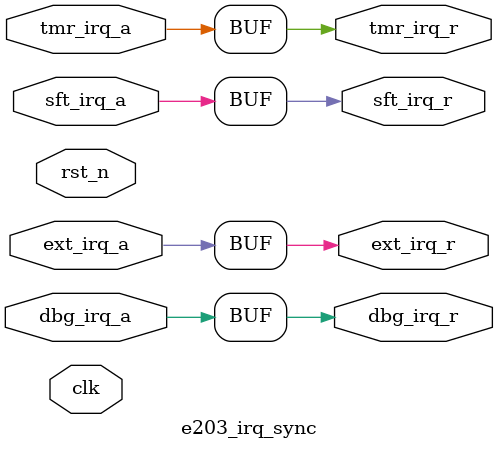
<source format=v>
 /*                                                                      
 Copyright 2018-2020 Nuclei System Technology, Inc.                
                                                                         
 Licensed under the Apache License, Version 2.0 (the "License");         
 you may not use this file except in compliance with the License.        
 You may obtain a copy of the License at                                 
                                                                         
     http://www.apache.org/licenses/LICENSE-2.0                          
                                                                         
  Unless required by applicable law or agreed to in writing, software    
 distributed under the License is distributed on an "AS IS" BASIS,       
 WITHOUT WARRANTIES OR CONDITIONS OF ANY KIND, either express or implied.
 See the License for the specific language governing permissions and     
 limitations under the License.                                          
 */                                                                      
                                                                         
                                                                         
                                                                         
//=====================================================================
// Designer   : Bob Hu
//
// Description:
//  The IRQ and Event Sync module
//
// ====================================================================

`include "e203_defines.v"

module e203_irq_sync #( //用于将外界的异步中断进行同步
  parameter MASTER = 1 
) (
  input  clk,    
  input  rst_n,   

  input  ext_irq_a,
  input  sft_irq_a,
  input  tmr_irq_a,
  input  dbg_irq_a,

  output ext_irq_r,
  output sft_irq_r,
  output tmr_irq_r,
  output dbg_irq_r 
);
generate 
  if(MASTER == 1) begin:master_gen
      `ifndef E203_HAS_LOCKSTEP//{
      `ifdef E203_IRQ_NEED_SYNC//{
      sirv_gnrl_sync # (
        .DP(`E203_ASYNC_FF_LEVELS),
        .DW(1)
      ) u_dbg_irq_sync(
          .din_a    (dbg_irq_a),
          .dout     (dbg_irq_r),
          .clk      (clk  ),
          .rst_n    (rst_n) 
      );
      
      
      sirv_gnrl_sync # (
        .DP(`E203_ASYNC_FF_LEVELS),
        .DW(1)
      ) u_ext_irq_sync(
          .din_a    (ext_irq_a),
          .dout     (ext_irq_r),
          .clk      (clk  ),
          .rst_n    (rst_n) 
      );
      
      sirv_gnrl_sync # (
        .DP(`E203_ASYNC_FF_LEVELS),
        .DW(1)
      ) u_sft_irq_sync(
          .din_a    (sft_irq_a),
          .dout     (sft_irq_r),
          .clk      (clk  ),
          .rst_n    (rst_n) 
      );
      
      sirv_gnrl_sync # (
        .DP(`E203_ASYNC_FF_LEVELS),
        .DW(1)
      ) u_tmr_irq_sync(
          .din_a    (tmr_irq_a),
          .dout     (tmr_irq_r),
          .clk      (clk  ),
          .rst_n    (rst_n) 
      );
      `else//}{
        assign ext_irq_r = ext_irq_a;
        assign sft_irq_r = sft_irq_a;
        assign tmr_irq_r = tmr_irq_a;
        assign dbg_irq_r = dbg_irq_a;
      `endif//}
      `endif//}
      
      
  end
  else begin:slave_gen
         // Just pass through for slave in lockstep mode
     assign ext_irq_r = ext_irq_a;
     assign sft_irq_r = sft_irq_a;
     assign tmr_irq_r = tmr_irq_a;
     assign dbg_irq_r = dbg_irq_a;
   
  end
endgenerate


endmodule


</source>
